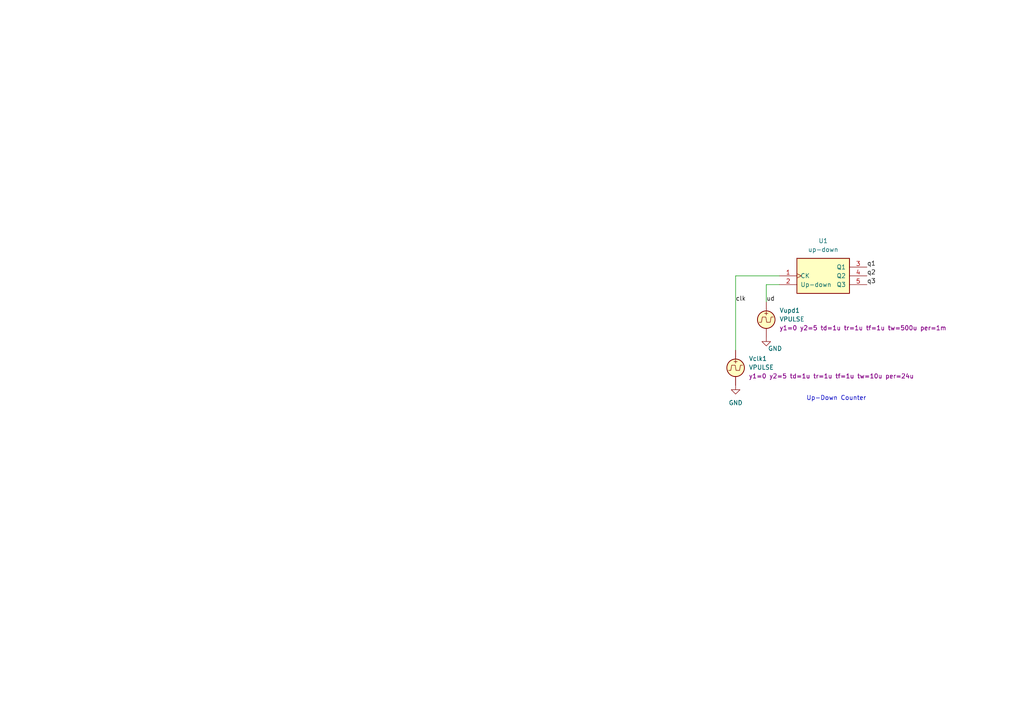
<source format=kicad_sch>
(kicad_sch (version 20231120) (generator "eeschema") (generator_version "7.99")
  (paper "A4")
  (lib_symbols
    (symbol "Simulation_SPICE:VPULSE" (pin_numbers hide) (pin_names (offset 0.0254))
      (property "Reference" "V" (at 2.54 2.54 0))
      (property "Value" "VPULSE" (at 2.54 0 0))
      (property "Sim.Params" "y1=0 y2=1 td=2n tr=2n tf=2n tw=50n per=100n" (at 2.54 -2.54 0))
      (symbol "VPULSE_0_0"
        (polyline (pts (xy -2.032 -0.762) (xy -1.397 -0.762) (xy -1.143 0.762) (xy -0.127 0.762) (xy 0.127 -0.762) (xy 1.143 -0.762) (xy 1.397 0.762) (xy 2.032 0.762)))
        (text "+" (at 0 1.905 0) (effects (font (size 1.27 1.27))))
      )
      (symbol "VPULSE_0_1"
        (circle (center 0 0) (radius 2.54) (stroke (width 0.254)) (fill (type background)))
      )
      (symbol "VPULSE_1_1"
        (pin passive line (at 0 5.08 270) (length 2.54) (name "~") (number "1"))
        (pin passive line (at 0 -5.08 90) (length 2.54) (name "~") (number "2"))
      )
    )
    (symbol "power:GND" (power) (pin_names (offset 0))
      (property "Value" "GND" (at 0 -3.81 0))
      (symbol "GND_0_1"
        (polyline (pts (xy 0 0) (xy 0 -1.27) (xy 1.27 -1.27) (xy 0 -2.54) (xy -1.27 -1.27) (xy 0 -1.27)))
      )
      (symbol "GND_1_1"
        (pin power_in line (at 0 0 270) (length 0) hide (name "GND") (number "1"))
      )
    )
    (symbol "up-down:Up-Down" (pin_names (offset 1.016))
      (property "Reference" "U" (at -7.62 8.89 0))
      (property "Value" "up-down" (at -7.62 -8.89 0))
      (symbol "Up-Down_1_0"
        (pin input clock (at -12.7 0 0) (length 5.08) (name "CK") (number "1"))
        (pin input line (at -12.7 -2.54 0) (length 5.08) (name "Up-down") (number "2"))
        (pin output line (at 12.7 2.54 180) (length 5.08) (name "Q1") (number "3"))
        (pin output line (at 12.7 0 180) (length 5.08) (name "Q2") (number "4"))
        (pin output line (at 12.7 -2.54 180) (length 5.08) (name "Q3") (number "5"))
      )
      (symbol "Up-Down_1_1"
        (rectangle (start -7.62 5.08) (end 7.62 -5.08) (stroke (width 0.254)) (fill (type background)))
      )
    )
  )
  (wire (pts (xy 213.36 80.01) (xy 226.06 80.01)))
  (wire (pts (xy 213.36 101.6) (xy 213.36 80.01)))
  (wire (pts (xy 222.25 87.63) (xy 222.25 82.55)))
  (wire (pts (xy 222.25 82.55) (xy 226.06 82.55)))
  (text "Up-Down Counter" (at 242.57 115.57 0) (effects (font (size 1.27 1.27))))
  (label "q1" (at 251.46 77.47 0))
  (label "clk" (at 213.36 87.63 0))
  (label "ud" (at 222.25 87.63 0))
  (label "q2" (at 251.46 80.01 0))
  (label "q3" (at 251.46 82.55 0))
  (symbol (lib_id "power:GND") (at 213.36 111.76 0) (unit 1)
    (property "Reference" "#PWR02" (effects (hide yes)))
    (property "Value" "GND" (at 213.36 116.84 0))
    (property "Description" "Power symbol creates a global label with name \"GND\" , ground" (effects (hide yes)))
  )
  (symbol (lib_id "Simulation_SPICE:VPULSE") (at 222.25 92.71 0) (unit 1)
    (property "Reference" "Vupd1" (at 226.06 90.0401 0) (effects (justify left)))
    (property "Value" "VPULSE" (at 226.06 92.5801 0) (effects (justify left)))
    (property "Description" "Voltage source, pulse" (effects (hide yes)))
    (property "Sim.Pins" "1=+ 2=-" (effects (hide yes)))
    (property "Sim.Type" "PULSE" (effects (hide yes)))
    (property "Sim.Device" "V" (effects (hide yes)))
    (property "Sim.Params" "y1=0 y2=5 td=1u tr=1u tf=1u tw=500u per=1m" (at 226.06 95.1201 0) (effects (justify left)))
  )
  (symbol (lib_id "up-down:Up-Down") (at 238.76 80.01 0) (unit 1)
    (property "Reference" "U1" (at 238.76 69.85 0))
    (property "Value" "up-down" (at 238.76 72.39 0))
    (property "Description" "3 Bit Up-Down Counter" (effects (hide yes)))
    (property "Sim.Library" "state-machine-3b-count.lib" (effects (hide yes)))
    (property "Sim.Name" "3bcounter" (effects (hide yes)))
    (property "Sim.Device" "SUBCKT" (effects (hide yes)))
    (property "Sim.Pins" "1=clock 2=updown 3=out_b0 4=out_b1 5=out_b2" (effects (hide yes)))
  )
  (symbol (lib_id "Simulation_SPICE:VPULSE") (at 213.36 106.68 0) (unit 1)
    (property "Reference" "Vclk1" (at 217.17 104.0101 0) (effects (justify left)))
    (property "Value" "VPULSE" (at 217.17 106.5501 0) (effects (justify left)))
    (property "Description" "Voltage source, pulse" (effects (hide yes)))
    (property "Sim.Pins" "1=+ 2=-" (effects (hide yes)))
    (property "Sim.Type" "PULSE" (effects (hide yes)))
    (property "Sim.Device" "V" (effects (hide yes)))
    (property "Sim.Params" "y1=0 y2=5 td=1u tr=1u tf=1u tw=10u per=24u" (at 217.17 109.0901 0) (effects (justify left)))
  )
  (symbol (lib_id "power:GND") (at 222.25 97.79 0) (unit 1)
    (property "Reference" "#PWR01" (effects (hide yes)))
    (property "Value" "GND" (at 224.79 101.092 0))
    (property "Description" "Power symbol creates a global label with name \"GND\" , ground" (effects (hide yes)))
  )
)
</source>
